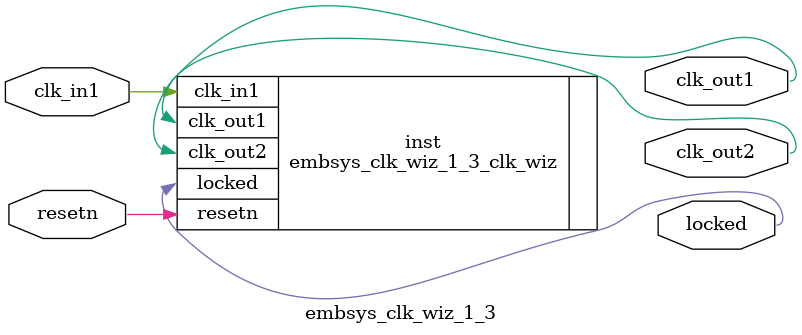
<source format=v>


`timescale 1ps/1ps

(* CORE_GENERATION_INFO = "embsys_clk_wiz_1_3,clk_wiz_v6_0_11_0_0,{component_name=embsys_clk_wiz_1_3,use_phase_alignment=true,use_min_o_jitter=false,use_max_i_jitter=false,use_dyn_phase_shift=false,use_inclk_switchover=false,use_dyn_reconfig=false,enable_axi=0,feedback_source=FDBK_AUTO,PRIMITIVE=MMCM,num_out_clk=2,clkin1_period=10.000,clkin2_period=10.000,use_power_down=false,use_reset=true,use_locked=true,use_inclk_stopped=false,feedback_type=SINGLE,CLOCK_MGR_TYPE=NA,manual_override=false}" *)

module embsys_clk_wiz_1_3 
 (
  // Clock out ports
  output        clk_out1,
  output        clk_out2,
  // Status and control signals
  input         resetn,
  output        locked,
 // Clock in ports
  input         clk_in1
 );

  embsys_clk_wiz_1_3_clk_wiz inst
  (
  // Clock out ports  
  .clk_out1(clk_out1),
  .clk_out2(clk_out2),
  // Status and control signals               
  .resetn(resetn), 
  .locked(locked),
 // Clock in ports
  .clk_in1(clk_in1)
  );

endmodule

</source>
